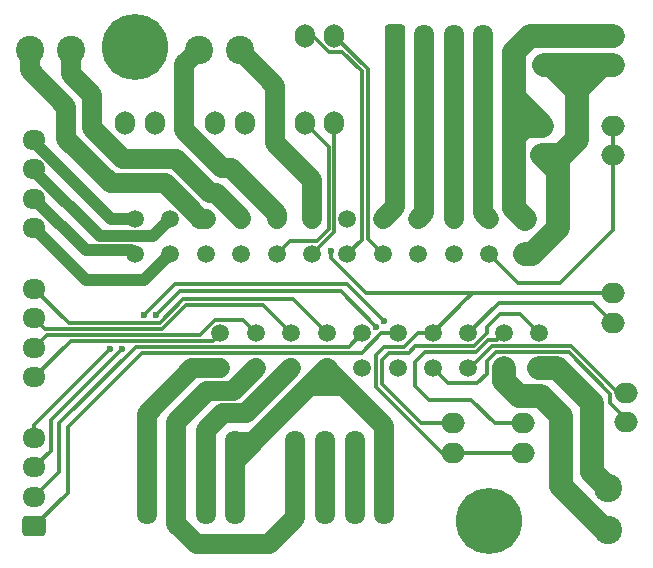
<source format=gbr>
%TF.GenerationSoftware,KiCad,Pcbnew,9.0.1*%
%TF.CreationDate,2025-08-04T14:01:18+08:00*%
%TF.ProjectId,breakout,62726561-6b6f-4757-942e-6b696361645f,rev?*%
%TF.SameCoordinates,Original*%
%TF.FileFunction,Copper,L1,Top*%
%TF.FilePolarity,Positive*%
%FSLAX46Y46*%
G04 Gerber Fmt 4.6, Leading zero omitted, Abs format (unit mm)*
G04 Created by KiCad (PCBNEW 9.0.1) date 2025-08-04 14:01:18*
%MOMM*%
%LPD*%
G01*
G04 APERTURE LIST*
G04 Aperture macros list*
%AMRoundRect*
0 Rectangle with rounded corners*
0 $1 Rounding radius*
0 $2 $3 $4 $5 $6 $7 $8 $9 X,Y pos of 4 corners*
0 Add a 4 corners polygon primitive as box body*
4,1,4,$2,$3,$4,$5,$6,$7,$8,$9,$2,$3,0*
0 Add four circle primitives for the rounded corners*
1,1,$1+$1,$2,$3*
1,1,$1+$1,$4,$5*
1,1,$1+$1,$6,$7*
1,1,$1+$1,$8,$9*
0 Add four rect primitives between the rounded corners*
20,1,$1+$1,$2,$3,$4,$5,0*
20,1,$1+$1,$4,$5,$6,$7,0*
20,1,$1+$1,$6,$7,$8,$9,0*
20,1,$1+$1,$8,$9,$2,$3,0*%
G04 Aperture macros list end*
%TA.AperFunction,ComponentPad*%
%ADD10C,3.600000*%
%TD*%
%TA.AperFunction,ConnectorPad*%
%ADD11C,5.600000*%
%TD*%
%TA.AperFunction,ComponentPad*%
%ADD12C,2.400000*%
%TD*%
%TA.AperFunction,ComponentPad*%
%ADD13O,1.700000X1.950000*%
%TD*%
%TA.AperFunction,ComponentPad*%
%ADD14O,2.000000X1.700000*%
%TD*%
%TA.AperFunction,ComponentPad*%
%ADD15O,1.700000X2.000000*%
%TD*%
%TA.AperFunction,ComponentPad*%
%ADD16O,1.950000X1.700000*%
%TD*%
%TA.AperFunction,ComponentPad*%
%ADD17C,1.500000*%
%TD*%
%TA.AperFunction,ComponentPad*%
%ADD18RoundRect,0.250000X0.725000X-0.600000X0.725000X0.600000X-0.725000X0.600000X-0.725000X-0.600000X0*%
%TD*%
%TA.AperFunction,ComponentPad*%
%ADD19RoundRect,0.250000X-0.600000X-0.725000X0.600000X-0.725000X0.600000X0.725000X-0.600000X0.725000X0*%
%TD*%
%TA.AperFunction,ViaPad*%
%ADD20C,0.600000*%
%TD*%
%TA.AperFunction,Conductor*%
%ADD21C,2.000000*%
%TD*%
%TA.AperFunction,Conductor*%
%ADD22C,1.700000*%
%TD*%
%TA.AperFunction,Conductor*%
%ADD23C,0.300000*%
%TD*%
%TA.AperFunction,Conductor*%
%ADD24C,1.000000*%
%TD*%
G04 APERTURE END LIST*
D10*
%TO.P,H1,1,1*%
%TO.N,GND*%
X154000000Y-81500000D03*
D11*
X154000000Y-81500000D03*
%TD*%
D12*
%TO.P,XR0,1*%
%TO.N,Net-(JX1-Pin_4)*%
X148600000Y-81800000D03*
%TO.P,XR0,2*%
%TO.N,Net-(JX1-Pin_3)*%
X145100000Y-81800000D03*
%TD*%
D13*
%TO.P,YMR0,1,Pin_1*%
%TO.N,Net-(JY1-Pin_7)*%
X175100000Y-115000000D03*
%TO.P,YMR0,2,Pin_2*%
%TO.N,Net-(JY1-Pin_8)*%
X172600000Y-115000000D03*
%TO.P,YMR0,3,Pin_3*%
%TO.N,Net-(JY1-Pin_10)*%
X170100000Y-115000000D03*
%TO.P,YMR0,4,Pin_4*%
%TO.N,Net-(JY1-Pin_9)*%
X167600000Y-115000000D03*
%TD*%
%TO.P,YML1,1,Pin_1*%
%TO.N,Net-(JY1-Pin_7)*%
X162488349Y-121000000D03*
%TO.P,YML1,2,Pin_2*%
%TO.N,Net-(JY1-Pin_8)*%
X159988349Y-121000000D03*
%TO.P,YML1,3,Pin_3*%
%TO.N,Net-(JY1-Pin_9)*%
X157488349Y-121000000D03*
%TO.P,YML1,4,Pin_4*%
%TO.N,Net-(JY1-Pin_10)*%
X154988349Y-121000000D03*
%TD*%
D14*
%TO.P,FANPWM1,1,Pin_1*%
%TO.N,Net-(FANPWM1-Pin_1)*%
X194500000Y-90700000D03*
%TO.P,FANPWM1,2,Pin_2*%
X194500000Y-88200000D03*
%TD*%
D15*
%TO.P,XEND1,1,1*%
%TO.N,Net-(JY1-Pin_14)*%
X160800000Y-88000000D03*
%TO.P,XEND1,2,2*%
%TO.N,Net-(JX1-Pin_7)*%
X163300000Y-88000000D03*
%TD*%
D16*
%TO.P,ZM1,1,Pin_1*%
%TO.N,Net-(JY1-Pin_20)*%
X145500000Y-109500000D03*
%TO.P,ZM1,2,Pin_2*%
%TO.N,Net-(JY1-Pin_19)*%
X145500000Y-107000000D03*
%TO.P,ZM1,3,Pin_3*%
%TO.N,Net-(JY1-Pin_18)*%
X145500000Y-104500000D03*
%TO.P,ZM1,4,Pin_4*%
%TO.N,Net-(JY1-Pin_17)*%
X145500000Y-102000000D03*
%TD*%
D12*
%TO.P,XR1,1*%
%TO.N,Net-(JX1-Pin_6)*%
X162900000Y-81800000D03*
%TO.P,XR1,2*%
%TO.N,Net-(JX1-Pin_5)*%
X159400000Y-81800000D03*
%TD*%
D14*
%TO.P,AUXF1,1,+*%
%TO.N,Net-(AUXF1-+)*%
X194500000Y-83100000D03*
%TO.P,AUXF1,2,-*%
%TO.N,Net-(AUXF1--)*%
X194500000Y-80600000D03*
%TD*%
D17*
%TO.P,JX1,1,Pin_1*%
%TO.N,Net-(EM1-Pin_4)*%
X154000000Y-96060000D03*
%TO.P,JX1,2,Pin_2*%
%TO.N,Net-(EM1-Pin_3)*%
X157000000Y-96060000D03*
%TO.P,JX1,3,Pin_3*%
%TO.N,Net-(JX1-Pin_3)*%
X160000000Y-96060000D03*
%TO.P,JX1,4,Pin_4*%
%TO.N,Net-(JX1-Pin_4)*%
X163000000Y-96060000D03*
%TO.P,JX1,5,Pin_5*%
%TO.N,Net-(JX1-Pin_5)*%
X166000000Y-96060000D03*
%TO.P,JX1,6,Pin_6*%
%TO.N,Net-(JX1-Pin_6)*%
X169000000Y-96060000D03*
%TO.P,JX1,7,Pin_7*%
%TO.N,Net-(JX1-Pin_7)*%
X172000000Y-96060000D03*
%TO.P,JX1,8,Pin_8*%
%TO.N,Net-(JX1-Pin_8)*%
X175000000Y-96060000D03*
%TO.P,JX1,9,Pin_9*%
%TO.N,Net-(JX1-Pin_9)*%
X178000000Y-96060000D03*
%TO.P,JX1,10,Pin_10*%
%TO.N,Net-(JX1-Pin_10)*%
X181000000Y-96060000D03*
%TO.P,JX1,11,Pin_11*%
%TO.N,Net-(JX1-Pin_11)*%
X184000000Y-96060000D03*
%TO.P,JX1,12,Pin_12*%
%TO.N,Net-(AUXF1--)*%
X187000000Y-96060000D03*
%TO.P,JX1,13,Pin_13*%
%TO.N,Net-(EM1-Pin_2)*%
X154000000Y-99060000D03*
%TO.P,JX1,14,Pin_14*%
%TO.N,Net-(EM1-Pin_1)*%
X157000000Y-99060000D03*
%TO.P,JX1,15,Pin_15*%
%TO.N,Net-(HEF1-+)*%
X160000000Y-99060000D03*
%TO.P,JX1,16,Pin_16*%
%TO.N,Net-(HEF1--)*%
X163000000Y-99060000D03*
%TO.P,JX1,17,Pin_17*%
%TO.N,Net-(JX1-Pin_17)*%
X166000000Y-99060000D03*
%TO.P,JX1,18,Pin_18*%
%TO.N,Net-(JX1-Pin_18)*%
X169000000Y-99060000D03*
%TO.P,JX1,19,Pin_19*%
%TO.N,Net-(JX1-Pin_19)*%
X172000000Y-99060000D03*
%TO.P,JX1,20,Pin_20*%
%TO.N,Net-(JX1-Pin_20)*%
X175000000Y-99060000D03*
%TO.P,JX1,21,Pin_21*%
%TO.N,GND*%
X178000000Y-99060000D03*
%TO.P,JX1,22,Pin_22*%
X181000000Y-99060000D03*
%TO.P,JX1,23,Pin_23*%
%TO.N,Net-(FANPWM1-Pin_1)*%
X184000000Y-99060000D03*
%TO.P,JX1,24,Pin_24*%
%TO.N,Net-(AUXF1-+)*%
X187000000Y-99060000D03*
%TD*%
D13*
%TO.P,YMR1,1,Pin_1*%
%TO.N,Net-(JY1-Pin_7)*%
X175100000Y-121000000D03*
%TO.P,YMR1,2,Pin_2*%
%TO.N,Net-(JY1-Pin_8)*%
X172600000Y-121000000D03*
%TO.P,YMR1,3,Pin_3*%
%TO.N,Net-(JY1-Pin_10)*%
X170100000Y-121000000D03*
%TO.P,YMR1,4,Pin_4*%
%TO.N,Net-(JY1-Pin_9)*%
X167600000Y-121000000D03*
%TD*%
D15*
%TO.P,XTH1,1*%
%TO.N,Net-(JX1-Pin_17)*%
X168400000Y-88000000D03*
%TO.P,XTH1,2*%
%TO.N,Net-(JX1-Pin_18)*%
X170900000Y-88000000D03*
%TD*%
%TO.P,HEF1,1,+*%
%TO.N,Net-(HEF1-+)*%
X153200000Y-88000000D03*
%TO.P,HEF1,2,-*%
%TO.N,Net-(HEF1--)*%
X155700000Y-88000000D03*
%TD*%
D18*
%TO.P,ZM0,1,Pin_1*%
%TO.N,Net-(JY1-Pin_15)*%
X145500000Y-122100000D03*
D16*
%TO.P,ZM0,2,Pin_2*%
%TO.N,Net-(JY1-Pin_16)*%
X145500000Y-119600000D03*
%TO.P,ZM0,3,Pin_3*%
%TO.N,Net-(JY1-Pin_6)*%
X145500000Y-117100000D03*
%TO.P,ZM0,4,Pin_4*%
%TO.N,Net-(JY1-Pin_5)*%
X145500000Y-114600000D03*
%TD*%
%TO.P,EM1,1,Pin_1*%
%TO.N,Net-(EM1-Pin_1)*%
X145500000Y-96900000D03*
%TO.P,EM1,2,Pin_2*%
%TO.N,Net-(EM1-Pin_2)*%
X145500000Y-94400000D03*
%TO.P,EM1,3,Pin_3*%
%TO.N,Net-(EM1-Pin_3)*%
X145500000Y-91900000D03*
%TO.P,EM1,4,Pin_4*%
%TO.N,Net-(EM1-Pin_4)*%
X145500000Y-89400000D03*
%TD*%
D12*
%TO.P,YR1,1*%
%TO.N,Net-(JY1-Pin_2)*%
X194100000Y-122400000D03*
%TO.P,YR1,2*%
%TO.N,Net-(JY1-Pin_1)*%
X194100000Y-118900000D03*
%TD*%
D14*
%TO.P,YTH1,1*%
%TO.N,Net-(JY1-Pin_3)*%
X195600000Y-110800000D03*
%TO.P,YTH1,2*%
%TO.N,Net-(JY1-Pin_4)*%
X195600000Y-113300000D03*
%TD*%
%TO.P,AUXF3,1,+*%
%TO.N,Net-(AUXF1-+)*%
X188600000Y-83100000D03*
%TO.P,AUXF3,2,-*%
%TO.N,Net-(AUXF1--)*%
X188600000Y-80600000D03*
%TD*%
%TO.P,ZEND1,1,1*%
%TO.N,Net-(JY1-Pin_14)*%
X186900000Y-115900000D03*
%TO.P,ZEND1,2,2*%
%TO.N,Net-(JY1-Pin_12)*%
X186900000Y-113400000D03*
%TD*%
%TO.P,AUXF,1,+*%
%TO.N,Net-(AUXF1-+)*%
X188500000Y-90700000D03*
%TO.P,AUXF,2,-*%
%TO.N,Net-(AUXF1--)*%
X188500000Y-88200000D03*
%TD*%
D15*
%TO.P,XTH0,1*%
%TO.N,Net-(JX1-Pin_19)*%
X168400000Y-80600000D03*
%TO.P,XTH0,2*%
%TO.N,Net-(JX1-Pin_20)*%
X170900000Y-80600000D03*
%TD*%
D17*
%TO.P,JY1,1,Pin_1*%
%TO.N,Net-(JY1-Pin_1)*%
X188238349Y-108750000D03*
%TO.P,JY1,2,Pin_2*%
%TO.N,Net-(JY1-Pin_2)*%
X185238349Y-108750000D03*
%TO.P,JY1,3,Pin_3*%
%TO.N,Net-(JY1-Pin_3)*%
X182238349Y-108750000D03*
%TO.P,JY1,4,Pin_4*%
%TO.N,Net-(JY1-Pin_4)*%
X179238349Y-108750000D03*
%TO.P,JY1,5,Pin_5*%
%TO.N,Net-(JY1-Pin_5)*%
X176238349Y-108750000D03*
%TO.P,JY1,6,Pin_6*%
%TO.N,Net-(JY1-Pin_6)*%
X173238349Y-108750000D03*
%TO.P,JY1,7,Pin_7*%
%TO.N,Net-(JY1-Pin_7)*%
X170238349Y-108750000D03*
%TO.P,JY1,8,Pin_8*%
%TO.N,Net-(JY1-Pin_8)*%
X167238349Y-108750000D03*
%TO.P,JY1,9,Pin_9*%
%TO.N,Net-(JY1-Pin_9)*%
X164238349Y-108750000D03*
%TO.P,JY1,10,Pin_10*%
%TO.N,Net-(JY1-Pin_10)*%
X161238349Y-108750000D03*
%TO.P,JY1,11,Pin_11*%
%TO.N,Net-(JY1-Pin_11)*%
X188238349Y-105750000D03*
%TO.P,JY1,12,Pin_12*%
%TO.N,Net-(JY1-Pin_12)*%
X185238349Y-105750000D03*
%TO.P,JY1,13,Pin_13*%
%TO.N,Net-(JY1-Pin_13)*%
X182238349Y-105750000D03*
%TO.P,JY1,14,Pin_14*%
%TO.N,Net-(JY1-Pin_14)*%
X179238349Y-105750000D03*
%TO.P,JY1,15,Pin_15*%
%TO.N,Net-(JY1-Pin_15)*%
X176238349Y-105750000D03*
%TO.P,JY1,16,Pin_16*%
%TO.N,Net-(JY1-Pin_16)*%
X173238349Y-105750000D03*
%TO.P,JY1,17,Pin_17*%
%TO.N,Net-(JY1-Pin_17)*%
X170238349Y-105750000D03*
%TO.P,JY1,18,Pin_18*%
%TO.N,Net-(JY1-Pin_18)*%
X167238349Y-105750000D03*
%TO.P,JY1,19,Pin_19*%
%TO.N,Net-(JY1-Pin_19)*%
X164238349Y-105750000D03*
%TO.P,JY1,20,Pin_20*%
%TO.N,Net-(JY1-Pin_20)*%
X161238349Y-105750000D03*
%TD*%
D14*
%TO.P,ZEND0,1,1*%
%TO.N,Net-(JY1-Pin_14)*%
X180975000Y-115900000D03*
%TO.P,ZEND0,2,2*%
%TO.N,Net-(JY1-Pin_11)*%
X180975000Y-113400000D03*
%TD*%
D19*
%TO.P,XM1,1,Pin_1*%
%TO.N,Net-(JX1-Pin_8)*%
X176000000Y-80600000D03*
D13*
%TO.P,XM1,2,Pin_2*%
%TO.N,Net-(JX1-Pin_9)*%
X178500000Y-80600000D03*
%TO.P,XM1,3,Pin_3*%
%TO.N,Net-(JX1-Pin_10)*%
X181000000Y-80600000D03*
%TO.P,XM1,4,Pin_4*%
%TO.N,Net-(JX1-Pin_11)*%
X183500000Y-80600000D03*
%TD*%
D10*
%TO.P,H4,1,1*%
%TO.N,GND*%
X184000000Y-121700000D03*
D11*
X184000000Y-121700000D03*
%TD*%
D13*
%TO.P,YML0,1,Pin_1*%
%TO.N,Net-(JY1-Pin_7)*%
X162488349Y-115000000D03*
%TO.P,YML0,2,Pin_2*%
%TO.N,Net-(JY1-Pin_8)*%
X159988349Y-115000000D03*
%TO.P,YML0,3,Pin_3*%
%TO.N,Net-(JY1-Pin_9)*%
X157488349Y-115000000D03*
%TO.P,YML0,4,Pin_4*%
%TO.N,Net-(JY1-Pin_10)*%
X154988349Y-115000000D03*
%TD*%
D14*
%TO.P,YEND1,1,1*%
%TO.N,Net-(JY1-Pin_13)*%
X194488349Y-104900000D03*
%TO.P,YEND1,2,2*%
%TO.N,Net-(JY1-Pin_14)*%
X194488349Y-102400000D03*
%TD*%
D19*
%TO.P,XM0,1,Pin_1*%
%TO.N,Net-(JX1-Pin_8)*%
X176000000Y-88000000D03*
D13*
%TO.P,XM0,2,Pin_2*%
%TO.N,Net-(JX1-Pin_9)*%
X178500000Y-88000000D03*
%TO.P,XM0,3,Pin_3*%
%TO.N,Net-(JX1-Pin_10)*%
X181000000Y-88000000D03*
%TO.P,XM0,4,Pin_4*%
%TO.N,Net-(JX1-Pin_11)*%
X183500000Y-88000000D03*
%TD*%
D20*
%TO.N,Net-(JY1-Pin_6)*%
X155800000Y-104200000D03*
X152900000Y-107100000D03*
X174450000Y-105237043D03*
%TO.N,Net-(JY1-Pin_5)*%
X154800000Y-104200000D03*
X175100000Y-104699999D03*
X151900000Y-107100000D03*
%TO.N,Net-(JY1-Pin_14)*%
X170600000Y-98800000D03*
%TD*%
D21*
%TO.N,Net-(AUXF1-+)*%
X190100000Y-90700000D02*
X188500000Y-90700000D01*
X191400000Y-89400000D02*
X191400000Y-85200000D01*
X191400000Y-85200000D02*
X193400000Y-83200000D01*
X189400000Y-83200000D02*
X191400000Y-85200000D01*
X194500000Y-83100000D02*
X188600000Y-83100000D01*
X187600000Y-99060000D02*
X187000000Y-99060000D01*
X189800000Y-93600000D02*
X189800000Y-96860000D01*
X189800000Y-91000000D02*
X191400000Y-89400000D01*
X188500000Y-90700000D02*
X189800000Y-92000000D01*
X189800000Y-92000000D02*
X189800000Y-93600000D01*
X191400000Y-89400000D02*
X190100000Y-90700000D01*
X189800000Y-93600000D02*
X189800000Y-91000000D01*
X189800000Y-96860000D02*
X187600000Y-99060000D01*
%TO.N,Net-(AUXF1--)*%
X186100000Y-95160000D02*
X187000000Y-96060000D01*
X188500000Y-88200000D02*
X187000000Y-88200000D01*
X186100000Y-85800000D02*
X188500000Y-88200000D01*
X187000000Y-88200000D02*
X186100000Y-89100000D01*
X186100000Y-85800000D02*
X186100000Y-89100000D01*
X186100000Y-81950000D02*
X187450000Y-80600000D01*
X188600000Y-80600000D02*
X194500000Y-80600000D01*
X186100000Y-89100000D02*
X186100000Y-95160000D01*
X187450000Y-80600000D02*
X188600000Y-80600000D01*
X186100000Y-85800000D02*
X186100000Y-81950000D01*
D22*
%TO.N,Net-(JX1-Pin_8)*%
X176000000Y-88000000D02*
X176000000Y-95060000D01*
X176000000Y-80600000D02*
X176000000Y-88000000D01*
X176000000Y-95060000D02*
X175000000Y-96060000D01*
%TO.N,Net-(JX1-Pin_9)*%
X178500000Y-88000000D02*
X178500000Y-95560000D01*
X178500000Y-95560000D02*
X178000000Y-96060000D01*
X178500000Y-80600000D02*
X178500000Y-88000000D01*
%TO.N,Net-(JX1-Pin_10)*%
X181000000Y-80600000D02*
X181000000Y-88000000D01*
X181000000Y-88000000D02*
X181000000Y-96060000D01*
%TO.N,Net-(JY1-Pin_8)*%
X161436349Y-112552000D02*
X163436349Y-112552000D01*
X159988349Y-114000000D02*
X161436349Y-112552000D01*
X163436349Y-112552000D02*
X167238349Y-108750000D01*
X172600000Y-115000000D02*
X172600000Y-121000000D01*
X159988349Y-119511651D02*
X159988349Y-114000000D01*
X159988349Y-115000000D02*
X159988349Y-119511651D01*
X159988349Y-119511651D02*
X159988349Y-121000000D01*
D23*
%TO.N,Net-(JY1-Pin_19)*%
X164238349Y-105750000D02*
X163137349Y-104649000D01*
X146600000Y-105900000D02*
X145500000Y-107000000D01*
X159531299Y-105900000D02*
X146600000Y-105900000D01*
X160782299Y-104649000D02*
X159531299Y-105900000D01*
X163137349Y-104649000D02*
X160782299Y-104649000D01*
%TO.N,Net-(JY1-Pin_3)*%
X194883520Y-110800000D02*
X190934520Y-106851000D01*
X184249000Y-106851000D02*
X182350000Y-108750000D01*
X182350000Y-108750000D02*
X182238349Y-108750000D01*
X190934520Y-106851000D02*
X184249000Y-106851000D01*
X195600000Y-110800000D02*
X194883520Y-110800000D01*
%TO.N,Net-(JY1-Pin_4)*%
X194249000Y-110874000D02*
X194249000Y-111655870D01*
X183800000Y-109200000D02*
X183800000Y-108100000D01*
X183800000Y-108100000D02*
X184548000Y-107352000D01*
X190727000Y-107352000D02*
X194249000Y-110874000D01*
X195600000Y-113000000D02*
X195600000Y-113300000D01*
X179238349Y-108750000D02*
X180488349Y-110000000D01*
X194601000Y-112001000D02*
X195600000Y-113000000D01*
X184548000Y-107352000D02*
X190727000Y-107352000D01*
X194249000Y-111655870D02*
X194594130Y-112001000D01*
X183000000Y-110000000D02*
X183800000Y-109200000D01*
X180488349Y-110000000D02*
X183000000Y-110000000D01*
X194594130Y-112001000D02*
X194601000Y-112001000D01*
D21*
%TO.N,Net-(JY1-Pin_2)*%
X185238349Y-109810660D02*
X186527689Y-111100000D01*
X190100000Y-118700000D02*
X193800000Y-122400000D01*
X186527689Y-111100000D02*
X188400000Y-111100000D01*
X193800000Y-122400000D02*
X194100000Y-122400000D01*
X190100000Y-112800000D02*
X190100000Y-118700000D01*
X188400000Y-111100000D02*
X190100000Y-112800000D01*
X185238349Y-108750000D02*
X185238349Y-109810660D01*
D22*
%TO.N,Net-(JY1-Pin_9)*%
X159249000Y-123649000D02*
X165351000Y-123649000D01*
X162337349Y-110651000D02*
X164238349Y-108750000D01*
X157488349Y-115000000D02*
X157488349Y-121888349D01*
X157488349Y-113250000D02*
X160087349Y-110651000D01*
X157488349Y-115000000D02*
X157488349Y-113250000D01*
X157488349Y-121888349D02*
X159249000Y-123649000D01*
X160087349Y-110651000D02*
X162337349Y-110651000D01*
X165351000Y-123649000D02*
X167600000Y-121400000D01*
X167600000Y-121400000D02*
X167600000Y-115000000D01*
D23*
%TO.N,Net-(JY1-Pin_17)*%
X148398000Y-104898000D02*
X145500000Y-102000000D01*
X170238349Y-105750000D02*
X167388349Y-102900000D01*
X156093480Y-104898000D02*
X148398000Y-104898000D01*
X167388349Y-102900000D02*
X158091480Y-102900000D01*
X158091480Y-102900000D02*
X156093480Y-104898000D01*
D21*
%TO.N,Net-(JY1-Pin_1)*%
X188238349Y-108750000D02*
X189750000Y-108750000D01*
X189750000Y-108750000D02*
X192700000Y-111700000D01*
X192700000Y-111700000D02*
X192700000Y-117500000D01*
X192700000Y-117500000D02*
X194100000Y-118900000D01*
D22*
%TO.N,Net-(JY1-Pin_10)*%
X154988349Y-112575000D02*
X158813349Y-108750000D01*
X154988349Y-121000000D02*
X154988349Y-115000000D01*
X154988349Y-115000000D02*
X154988349Y-112575000D01*
X170100000Y-115000000D02*
X170100000Y-121000000D01*
X158813349Y-108750000D02*
X161238349Y-108750000D01*
D23*
%TO.N,Net-(JY1-Pin_18)*%
X158299000Y-103401000D02*
X156301000Y-105399000D01*
X167238349Y-105750000D02*
X164889349Y-103401000D01*
X146399000Y-105399000D02*
X145500000Y-104500000D01*
X164889349Y-103401000D02*
X158299000Y-103401000D01*
X156301000Y-105399000D02*
X146399000Y-105399000D01*
%TO.N,Net-(JY1-Pin_20)*%
X148600000Y-106400000D02*
X145500000Y-109500000D01*
X161238349Y-105750000D02*
X160588349Y-106400000D01*
X160588349Y-106400000D02*
X148600000Y-106400000D01*
%TO.N,Net-(JY1-Pin_6)*%
X152900000Y-107100000D02*
X146900000Y-113100000D01*
X146900000Y-113100000D02*
X146900000Y-115700000D01*
X157800000Y-102200000D02*
X155752000Y-104248000D01*
X174450000Y-105237043D02*
X174450000Y-105207241D01*
X146900000Y-115700000D02*
X145500000Y-117100000D01*
X174450000Y-105207241D02*
X171442759Y-102200000D01*
X171442759Y-102200000D02*
X157800000Y-102200000D01*
D22*
%TO.N,Net-(JY1-Pin_7)*%
X164100000Y-115000000D02*
X164088349Y-115000000D01*
X170238349Y-108750000D02*
X168394174Y-110594174D01*
X168394174Y-110594174D02*
X164100000Y-114888349D01*
X164088349Y-115000000D02*
X162488349Y-116600000D01*
X164100000Y-114888349D02*
X164100000Y-115000000D01*
X175100000Y-113611651D02*
X175100000Y-115000000D01*
X162488349Y-116600000D02*
X162488349Y-121000000D01*
X172244175Y-110755825D02*
X175100000Y-113611651D01*
X168744174Y-110244174D02*
X171732524Y-110244174D01*
X162488349Y-115000000D02*
X162488349Y-116600000D01*
X175100000Y-121000000D02*
X175100000Y-115000000D01*
X168394174Y-110594174D02*
X168744174Y-110244174D01*
X170238349Y-108750000D02*
X172244175Y-110755825D01*
X164100000Y-115000000D02*
X162488349Y-115000000D01*
X171732524Y-110244174D02*
X172244175Y-110755825D01*
D23*
%TO.N,Net-(JY1-Pin_5)*%
X172000001Y-101600000D02*
X157400000Y-101600000D01*
X175100000Y-104699999D02*
X172000001Y-101600000D01*
X151900000Y-107100000D02*
X145500000Y-113500000D01*
X145500000Y-113500000D02*
X145500000Y-114600000D01*
X157400000Y-101600000D02*
X154800000Y-104200000D01*
%TO.N,Net-(FANPWM1-Pin_1)*%
X194500000Y-87600000D02*
X194500000Y-97000000D01*
X186440000Y-101500000D02*
X184000000Y-99060000D01*
X190000000Y-101500000D02*
X186440000Y-101500000D01*
X194500000Y-97000000D02*
X190000000Y-101500000D01*
D22*
%TO.N,Net-(JX1-Pin_4)*%
X163000000Y-96000000D02*
X163000000Y-96060000D01*
X157500000Y-91000000D02*
X160400000Y-93900000D01*
X150400000Y-85600000D02*
X150400000Y-88426080D01*
X150400000Y-88426080D02*
X152973920Y-91000000D01*
X152973920Y-91000000D02*
X157500000Y-91000000D01*
X148600000Y-81800000D02*
X148600000Y-83800000D01*
X148600000Y-83800000D02*
X150400000Y-85600000D01*
X160900000Y-93900000D02*
X163000000Y-96000000D01*
X160400000Y-93900000D02*
X160900000Y-93900000D01*
%TO.N,Net-(JX1-Pin_11)*%
X183500000Y-88000000D02*
X183500000Y-95560000D01*
X183500000Y-95560000D02*
X184000000Y-96060000D01*
X183500000Y-80600000D02*
X183500000Y-88000000D01*
D23*
%TO.N,Net-(JX1-Pin_18)*%
X170900000Y-97160000D02*
X169000000Y-99060000D01*
X170900000Y-88000000D02*
X170900000Y-97160000D01*
%TO.N,Net-(JX1-Pin_17)*%
X170399000Y-96952480D02*
X169392480Y-97959000D01*
X170399000Y-89999000D02*
X170399000Y-96952480D01*
X167101000Y-97959000D02*
X166000000Y-99060000D01*
X169392480Y-97959000D02*
X167101000Y-97959000D01*
X168400000Y-88000000D02*
X170399000Y-89999000D01*
X168400000Y-88000000D02*
X168900000Y-88000000D01*
%TO.N,Net-(JX1-Pin_19)*%
X168400000Y-80600000D02*
X169051530Y-80600000D01*
X169051530Y-80600000D02*
X170402530Y-81951000D01*
X171542480Y-81951000D02*
X173199000Y-83607520D01*
X173199000Y-97861000D02*
X172000000Y-99060000D01*
X170402530Y-81951000D02*
X171542480Y-81951000D01*
X173199000Y-83607520D02*
X173199000Y-97861000D01*
%TO.N,Net-(JX1-Pin_20)*%
X170900000Y-80600000D02*
X173700000Y-83400000D01*
X173700000Y-97760000D02*
X175000000Y-99060000D01*
X173700000Y-83400000D02*
X173700000Y-97760000D01*
%TO.N,Net-(JY1-Pin_15)*%
X154599000Y-107401000D02*
X148300000Y-113700000D01*
X148300000Y-119300000D02*
X145500000Y-122100000D01*
X148300000Y-113700000D02*
X148300000Y-119300000D01*
X173199000Y-107401000D02*
X154599000Y-107401000D01*
X176238349Y-105750000D02*
X174850000Y-105750000D01*
X174850000Y-105750000D02*
X173199000Y-107401000D01*
%TO.N,Net-(JY1-Pin_16)*%
X154100000Y-106900000D02*
X172088349Y-106900000D01*
X147600000Y-117500000D02*
X147600000Y-113400000D01*
X147600000Y-113400000D02*
X154100000Y-106900000D01*
X172088349Y-106900000D02*
X173238349Y-105750000D01*
X145500000Y-119600000D02*
X147600000Y-117500000D01*
%TO.N,Net-(JY1-Pin_13)*%
X194488349Y-104900000D02*
X192788349Y-103200000D01*
X184788349Y-103200000D02*
X182238349Y-105750000D01*
X192788349Y-103200000D02*
X184788349Y-103200000D01*
%TO.N,Net-(JY1-Pin_14)*%
X170600000Y-98800000D02*
X170600000Y-99400000D01*
X180975000Y-115900000D02*
X186900000Y-115900000D01*
X176794174Y-106900000D02*
X175100000Y-106900000D01*
X180000000Y-115900000D02*
X180975000Y-115900000D01*
X170600000Y-99400000D02*
X173600000Y-102400000D01*
X174400000Y-110300000D02*
X180000000Y-115900000D01*
X182588350Y-102400000D02*
X181994175Y-102994175D01*
X179238349Y-105750000D02*
X177944174Y-105750000D01*
X177944174Y-105750000D02*
X176794174Y-106900000D01*
X173600000Y-102400000D02*
X182588350Y-102400000D01*
X174400000Y-107600000D02*
X174400000Y-110300000D01*
X175100000Y-106900000D02*
X174400000Y-107600000D01*
X181994175Y-102994175D02*
X179238349Y-105750000D01*
X194488349Y-102400000D02*
X182588350Y-102400000D01*
%TO.N,Net-(JY1-Pin_12)*%
X184638349Y-106350000D02*
X184041479Y-106350000D01*
X184500000Y-113400000D02*
X186900000Y-113400000D01*
X183901000Y-106352920D02*
X182901919Y-107352000D01*
X178548000Y-107352000D02*
X177700000Y-108200000D01*
X177700000Y-110200000D02*
X178900000Y-111400000D01*
X185238349Y-105750000D02*
X184638349Y-106350000D01*
X184041479Y-106350000D02*
X184038560Y-106352920D01*
X184038560Y-106352920D02*
X183901000Y-106352920D01*
X177700000Y-108200000D02*
X177700000Y-110200000D01*
X182901919Y-107352000D02*
X178548000Y-107352000D01*
X178900000Y-111400000D02*
X182500000Y-111400000D01*
X182500000Y-111400000D02*
X184500000Y-113400000D01*
%TO.N,Net-(JY1-Pin_11)*%
X183800000Y-105200000D02*
X183800000Y-105745399D01*
X184900000Y-104100000D02*
X183800000Y-105200000D01*
X183800000Y-105745399D02*
X182694399Y-106851000D01*
X174901000Y-110092480D02*
X178208520Y-113400000D01*
X175500000Y-107400000D02*
X174901000Y-107999000D01*
X188238349Y-105750000D02*
X186588349Y-104100000D01*
X174901000Y-107999000D02*
X174901000Y-110092480D01*
X177749000Y-106851000D02*
X177200000Y-107400000D01*
X177200000Y-107400000D02*
X175500000Y-107400000D01*
X182694399Y-106851000D02*
X177749000Y-106851000D01*
X186588349Y-104100000D02*
X184900000Y-104100000D01*
X178208520Y-113400000D02*
X180975000Y-113400000D01*
D22*
%TO.N,Net-(JX1-Pin_6)*%
X162900000Y-81800000D02*
X165900000Y-84800000D01*
X169000000Y-92800000D02*
X169000000Y-96060000D01*
X165900000Y-89700000D02*
X169000000Y-92800000D01*
X165900000Y-84800000D02*
X165900000Y-89700000D01*
%TO.N,Net-(JX1-Pin_5)*%
X162100000Y-91800000D02*
X166000000Y-95700000D01*
X158200000Y-83000000D02*
X158200000Y-88600000D01*
X158200000Y-88600000D02*
X161400000Y-91800000D01*
X166000000Y-95700000D02*
X166000000Y-96060000D01*
X161400000Y-91800000D02*
X162100000Y-91800000D01*
X159400000Y-81800000D02*
X158200000Y-83000000D01*
%TO.N,Net-(JX1-Pin_3)*%
X157729000Y-94259000D02*
X157745999Y-94259000D01*
X145100000Y-81800000D02*
X145100000Y-83500000D01*
X148200000Y-89286580D02*
X151962420Y-93049000D01*
X145100000Y-83500000D02*
X148200000Y-86600000D01*
X151962420Y-93049000D02*
X156519000Y-93049000D01*
X158801000Y-95331000D02*
X159530000Y-96060000D01*
X158801000Y-95314001D02*
X158801000Y-95331000D01*
X148200000Y-86600000D02*
X148200000Y-89286580D01*
X159530000Y-96060000D02*
X160000000Y-96060000D01*
X156519000Y-93049000D02*
X157729000Y-94259000D01*
X157745999Y-94259000D02*
X158801000Y-95314001D01*
D24*
%TO.N,Net-(EM1-Pin_3)*%
X155521999Y-97538001D02*
X157000000Y-96060000D01*
X151038001Y-97538001D02*
X155521999Y-97538001D01*
X145500000Y-92000000D02*
X151038001Y-97538001D01*
X145500000Y-91900000D02*
X145500000Y-92000000D01*
%TO.N,Net-(EM1-Pin_2)*%
X149839000Y-98739000D02*
X153679000Y-98739000D01*
X153900000Y-99160000D02*
X154000000Y-99060000D01*
X153679000Y-98739000D02*
X154000000Y-99060000D01*
X145500000Y-94400000D02*
X149839000Y-98739000D01*
%TO.N,Net-(EM1-Pin_1)*%
X145500000Y-96900000D02*
X149900000Y-101300000D01*
X149900000Y-101300000D02*
X154800000Y-101300000D01*
X157000000Y-99100000D02*
X157000000Y-99060000D01*
X154800000Y-101300000D02*
X157000000Y-99100000D01*
%TO.N,Net-(EM1-Pin_4)*%
X145500000Y-89581555D02*
X151978445Y-96060000D01*
X151978445Y-96060000D02*
X154000000Y-96060000D01*
X145500000Y-89400000D02*
X145500000Y-89581555D01*
%TD*%
M02*

</source>
